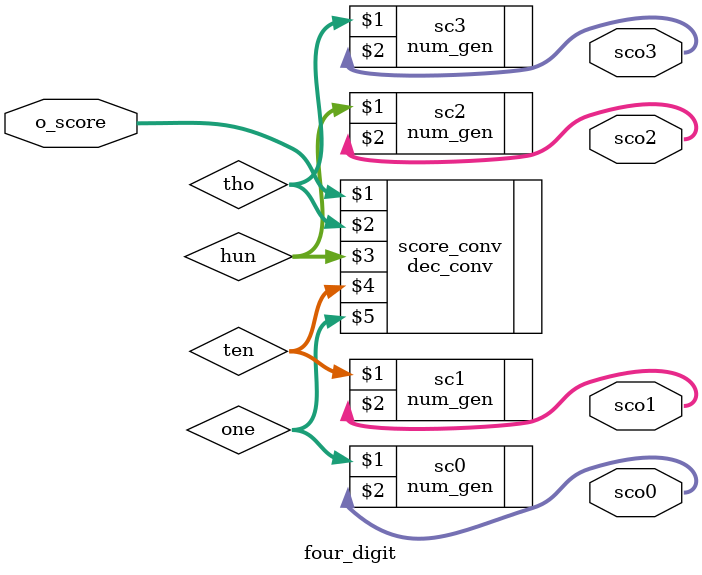
<source format=sv>
`timescale 1ns / 1ps


module four_digit(input logic [11:0] o_score, 
                  output logic [14:0] sco3, sco2, sco1, sco0);
 
    logic [3:0] tho, hun, ten, one;
    
    // binary to decimal conversion
    dec_conv score_conv(o_score, tho, hun, ten, one);
    
    // sequence generation
    num_gen sc3(tho, sco3); // 4th digit of the number
    num_gen sc2(hun, sco2); // 3th digit of the number
    num_gen sc1(ten, sco1); // 2nd digit of the number
    num_gen sc0(one, sco0); // 1st digit of the number
endmodule

</source>
